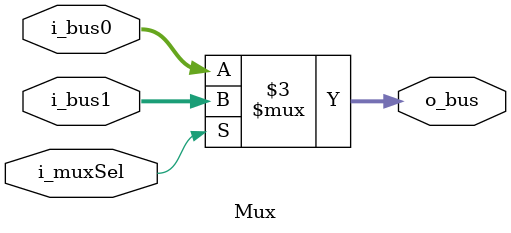
<source format=v>
`include "Macros.v"

//siempre va a tener de salida i_dataA al menos que el bit de control sea 1
module Mux#(
        parameter BUS_LEN = 32
    )
    (
        input wire [BUS_LEN-1:0] i_bus0,
        input wire [BUS_LEN-1:0] i_bus1,
        input wire i_muxSel,
        output reg [BUS_LEN-1:0] o_bus
    );

    always @(*) begin
        if(i_muxSel) begin 
            o_bus = i_bus1;
        end 
        else begin 
            o_bus = i_bus0;
        end
    end
    
endmodule
</source>
